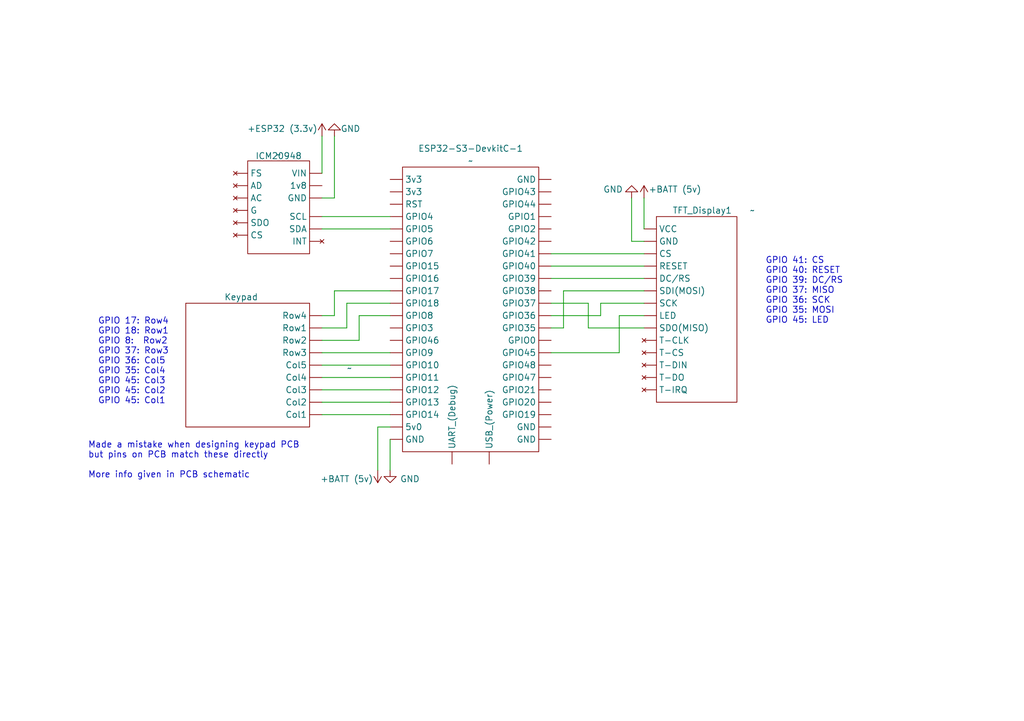
<source format=kicad_sch>
(kicad_sch (version 20231120) (generator "eeschema") (generator_version "8.0")
  (paper "A5")
  (title_block (title "Antenna Pointer") (date "02/24/2025") (rev "2") (company "University of Central Oklahoma") (comment 1 "Designed by Nathaniel Blair, E.E.") (comment 2 "Cesar Vasquez, M.E.") (comment 3 "Josh Nutter, M.E."))
  (lib_symbols
    (symbol "customLibrary:ESP32-S3-DevkitC-1"
      (property "Reference" "ESP32-S3-DevkitC-1" (at 29.21 -3.81 0))
      (property "Value" "~" (at 29.21 -6.35 0))
      (symbol "ESP32-S3-DevkitC-1_0_1"
        (rectangle (start 15.24 -7.62) (end 43.18 -66.04))
      )
      (symbol "ESP32-S3-DevkitC-1_1_1"
        (pin power_out line (at 12.7 -12.7 0) (length 2.54) (name "3v3") (number ""))
        (pin power_out line (at 12.7 -10.16 0) (length 2.54) (name "3v3") (number ""))
        (pin power_out line (at 12.7 -60.96 0) (length 2.54) (name "5v0") (number ""))
        (pin free line (at 12.7 -63.5 0) (length 2.54) (name "GND") (number ""))
        (pin free line (at 45.72 -63.5 180) (length 2.54) (name "GND") (number ""))
        (pin free line (at 45.72 -60.96 180) (length 2.54) (name "GND") (number ""))
        (pin free line (at 45.72 -10.16 180) (length 2.54) (name "GND") (number ""))
        (pin free line (at 45.72 -43.18 180) (length 2.54) (name "GPIO0") (number ""))
        (pin free line (at 45.72 -17.78 180) (length 2.54) (name "GPIO1") (number ""))
        (pin free line (at 12.7 -48.26 0) (length 2.54) (name "GPIO10") (number ""))
        (pin free line (at 12.7 -50.8 0) (length 2.54) (name "GPIO11") (number ""))
        (pin free line (at 12.7 -53.34 0) (length 2.54) (name "GPIO12") (number ""))
        (pin free line (at 12.7 -55.88 0) (length 2.54) (name "GPIO13") (number ""))
        (pin free line (at 12.7 -58.42 0) (length 2.54) (name "GPIO14") (number ""))
        (pin free line (at 12.7 -27.94 0) (length 2.54) (name "GPIO15") (number ""))
        (pin free line (at 12.7 -30.48 0) (length 2.54) (name "GPIO16") (number ""))
        (pin free line (at 12.7 -33.02 0) (length 2.54) (name "GPIO17") (number ""))
        (pin free line (at 12.7 -35.56 0) (length 2.54) (name "GPIO18") (number ""))
        (pin free line (at 45.72 -58.42 180) (length 2.54) (name "GPIO19") (number ""))
        (pin free line (at 45.72 -20.32 180) (length 2.54) (name "GPIO2") (number ""))
        (pin free line (at 45.72 -55.88 180) (length 2.54) (name "GPIO20") (number ""))
        (pin free line (at 45.72 -53.34 180) (length 2.54) (name "GPIO21") (number ""))
        (pin free line (at 12.7 -40.64 0) (length 2.54) (name "GPIO3") (number ""))
        (pin free line (at 45.72 -40.64 180) (length 2.54) (name "GPIO35") (number ""))
        (pin free line (at 45.72 -38.1 180) (length 2.54) (name "GPIO36") (number ""))
        (pin free line (at 45.72 -35.56 180) (length 2.54) (name "GPIO37") (number ""))
        (pin free line (at 45.72 -33.02 180) (length 2.54) (name "GPIO38") (number ""))
        (pin free line (at 45.72 -30.48 180) (length 2.54) (name "GPIO39") (number ""))
        (pin free line (at 12.7 -17.78 0) (length 2.54) (name "GPIO4") (number ""))
        (pin free line (at 45.72 -27.94 180) (length 2.54) (name "GPIO40") (number ""))
        (pin free line (at 45.72 -25.4 180) (length 2.54) (name "GPIO41") (number ""))
        (pin free line (at 45.72 -22.86 180) (length 2.54) (name "GPIO42") (number ""))
        (pin free line (at 45.72 -12.7 180) (length 2.54) (name "GPIO43") (number ""))
        (pin free line (at 45.72 -15.24 180) (length 2.54) (name "GPIO44") (number ""))
        (pin free line (at 45.72 -45.72 180) (length 2.54) (name "GPIO45") (number ""))
        (pin free line (at 12.7 -43.18 0) (length 2.54) (name "GPIO46") (number ""))
        (pin free line (at 45.72 -50.8 180) (length 2.54) (name "GPIO47") (number ""))
        (pin free line (at 45.72 -48.26 180) (length 2.54) (name "GPIO48") (number ""))
        (pin free line (at 12.7 -20.32 0) (length 2.54) (name "GPIO5") (number ""))
        (pin free line (at 12.7 -22.86 0) (length 2.54) (name "GPIO6") (number ""))
        (pin free line (at 12.7 -25.4 0) (length 2.54) (name "GPIO7") (number ""))
        (pin free line (at 12.7 -38.1 0) (length 2.54) (name "GPIO8") (number ""))
        (pin free line (at 12.7 -45.72 0) (length 2.54) (name "GPIO9") (number ""))
        (pin free line (at 12.7 -15.24 0) (length 2.54) (name "RST") (number ""))
        (pin free line (at 25.4 -68.58 90) (length 2.54) (name "UART_(Debug)") (number ""))
        (pin free line (at 33.02 -68.58 90) (length 2.54) (name "USB_(Power)") (number ""))
      )
    )
    (symbol "customLibrary:ICM20948"
      (property "Reference" "ICM20948" (at 18.034 -3.302 0))
      (symbol "ICM20948_0_1"
        (rectangle (start 24.13 -5.08) (end 11.43 -24.13))
      )
      (symbol "ICM20948_1_1"
        (pin power_out line (at 26.67 -10.16 180) (length 2.54) (name "1v8") (number ""))
        (pin no_connect line (at 8.89 -12.7 0) (length 2.54) (name "AC") (number ""))
        (pin no_connect line (at 8.89 -10.16 0) (length 2.54) (name "AD") (number ""))
        (pin no_connect line (at 8.89 -20.32 0) (length 2.54) (name "CS") (number ""))
        (pin no_connect line (at 8.89 -7.62 0) (length 2.54) (name "FS") (number ""))
        (pin no_connect line (at 8.89 -15.24 0) (length 2.54) (name "G") (number ""))
        (pin free line (at 26.67 -12.7 180) (length 2.54) (name "GND") (number ""))
        (pin no_connect line (at 26.67 -21.59 180) (length 2.54) (name "INT") (number ""))
        (pin free line (at 26.67 -16.51 180) (length 2.54) (name "SCL") (number ""))
        (pin free line (at 26.67 -19.05 180) (length 2.54) (name "SDA") (number ""))
        (pin no_connect line (at 8.89 -17.78 0) (length 2.54) (name "SDO") (number ""))
        (pin power_in line (at 26.67 -7.62 180) (length 2.54) (name "VIN") (number ""))
      )
    )
    (symbol "customLibrary:Keypad"
      (property "Reference" "Keypad" (at 20.32 -3.048 0))
      (symbol "Keypad_0_1"
        (rectangle (start 33.02 -5.08) (end 7.62 -30.48))
      )
      (symbol "Keypad_1_1"
        (pin free line (at 35.56 -27.94 180) (length 2.54) (name "Col1") (number ""))
        (pin free line (at 35.56 -25.4 180) (length 2.54) (name "Col2") (number ""))
        (pin free line (at 35.56 -22.86 180) (length 2.54) (name "Col3") (number ""))
        (pin free line (at 35.56 -20.32 180) (length 2.54) (name "Col4") (number ""))
        (pin free line (at 35.56 -17.78 180) (length 2.54) (name "Col5") (number ""))
        (pin free line (at 35.56 -10.16 180) (length 2.54) (name "Row1") (number ""))
        (pin free line (at 35.56 -12.7 180) (length 2.54) (name "Row2") (number ""))
        (pin free line (at 35.56 -15.24 180) (length 2.54) (name "Row3") (number ""))
        (pin free line (at 35.56 -7.62 180) (length 2.54) (name "Row4") (number ""))
      )
    )
    (symbol "customLibrary:TFT_Display"
      (property "Reference" "TFT_Display" (at 29.972 -5.08 0))
      (symbol "TFT_Display_0_1"
        (rectangle (start 21.59 -6.35) (end 38.1 -44.45))
      )
      (symbol "TFT_Display_1_1"
        (pin free line (at 19.05 -13.97 0) (length 2.54) (name "CS") (number ""))
        (pin free line (at 19.05 -19.05 0) (length 2.54) (name "DC/RS") (number ""))
        (pin free line (at 19.05 -11.43 0) (length 2.54) (name "GND") (number ""))
        (pin free line (at 19.05 -26.67 0) (length 2.54) (name "LED") (number ""))
        (pin free line (at 19.05 -16.51 0) (length 2.54) (name "RESET") (number ""))
        (pin free line (at 19.05 -24.13 0) (length 2.54) (name "SCK") (number ""))
        (pin free line (at 19.05 -21.59 0) (length 2.54) (name "SDI(MOSI)") (number ""))
        (pin free line (at 19.05 -29.21 0) (length 2.54) (name "SDO(MISO)") (number ""))
        (pin no_connect line (at 19.05 -31.75 0) (length 2.54) (name "T-CLK") (number ""))
        (pin no_connect line (at 19.05 -34.29 0) (length 2.54) (name "T-CS") (number ""))
        (pin no_connect line (at 19.05 -36.83 0) (length 2.54) (name "T-DIN") (number ""))
        (pin no_connect line (at 19.05 -39.37 0) (length 2.54) (name "T-DO") (number ""))
        (pin no_connect line (at 19.05 -41.91 0) (length 2.54) (name "T-IRQ") (number ""))
        (pin power_in line (at 19.05 -8.89 0) (length 2.54) (name "VCC") (number ""))
      )
    )
    (symbol "power:+BATT" (power) (pin_numbers hide) (pin_names (offset 0) hide)
      (property "Value" "+BATT" (at 0 3.556 0))
      (symbol "+BATT_0_1"
        (polyline (pts (xy -0.762 1.27) (xy 0 2.54)))
        (polyline (pts (xy 0 0) (xy 0 2.54)))
        (polyline (pts (xy 0 2.54) (xy 0.762 1.27)))
      )
      (symbol "+BATT_1_1"
        (pin power_in line (at 0 0 90) (length 0) (name "~") (number "1"))
      )
    )
    (symbol "power:GND" (power) (pin_numbers hide) (pin_names (offset 0) hide)
      (property "Value" "GND" (at 0 -3.81 0))
      (symbol "GND_0_1"
        (polyline (pts (xy 0 0) (xy 0 -1.27) (xy 1.27 -1.27) (xy 0 -2.54) (xy -1.27 -1.27) (xy 0 -1.27)))
      )
      (symbol "GND_1_1"
        (pin power_in line (at 0 0 270) (length 0) (name "~") (number "1"))
      )
    )
  )
  (wire (pts (xy 123.19 64.77) (xy 123.19 62.23)))
  (wire (pts (xy 127 72.39) (xy 113.03 72.39)))
  (wire (pts (xy 71.12 62.23) (xy 80.01 62.23)))
  (wire (pts (xy 115.57 59.69) (xy 132.08 59.69)))
  (wire (pts (xy 66.04 74.93) (xy 80.01 74.93)))
  (wire (pts (xy 66.04 44.45) (xy 80.01 44.45)))
  (wire (pts (xy 77.47 87.63) (xy 80.01 87.63)))
  (wire (pts (xy 68.58 64.77) (xy 66.04 64.77)))
  (wire (pts (xy 71.12 67.31) (xy 71.12 62.23)))
  (wire (pts (xy 123.19 62.23) (xy 132.08 62.23)))
  (wire (pts (xy 132.08 49.53) (xy 129.54 49.53)))
  (wire (pts (xy 68.58 59.69) (xy 68.58 64.77)))
  (wire (pts (xy 80.01 64.77) (xy 73.66 64.77)))
  (wire (pts (xy 68.58 40.64) (xy 68.58 27.94)))
  (wire (pts (xy 127 64.77) (xy 127 72.39)))
  (wire (pts (xy 66.04 85.09) (xy 80.01 85.09)))
  (wire (pts (xy 66.04 67.31) (xy 71.12 67.31)))
  (wire (pts (xy 73.66 69.85) (xy 66.04 69.85)))
  (wire (pts (xy 66.04 27.94) (xy 66.04 35.56)))
  (wire (pts (xy 113.03 57.15) (xy 132.08 57.15)))
  (wire (pts (xy 120.65 62.23) (xy 120.65 67.31)))
  (wire (pts (xy 80.01 96.52) (xy 80.01 90.17)))
  (wire (pts (xy 66.04 40.64) (xy 68.58 40.64)))
  (wire (pts (xy 66.04 46.99) (xy 80.01 46.99)))
  (wire (pts (xy 120.65 67.31) (xy 132.08 67.31)))
  (wire (pts (xy 129.54 49.53) (xy 129.54 40.64)))
  (wire (pts (xy 113.03 54.61) (xy 132.08 54.61)))
  (wire (pts (xy 115.57 67.31) (xy 115.57 59.69)))
  (wire (pts (xy 113.03 64.77) (xy 123.19 64.77)))
  (wire (pts (xy 113.03 62.23) (xy 120.65 62.23)))
  (wire (pts (xy 66.04 82.55) (xy 80.01 82.55)))
  (wire (pts (xy 132.08 64.77) (xy 127 64.77)))
  (wire (pts (xy 113.03 52.07) (xy 132.08 52.07)))
  (wire (pts (xy 80.01 59.69) (xy 68.58 59.69)))
  (wire (pts (xy 113.03 67.31) (xy 115.57 67.31)))
  (wire (pts (xy 73.66 64.77) (xy 73.66 69.85)))
  (wire (pts (xy 132.08 40.64) (xy 132.08 46.99)))
  (wire (pts (xy 66.04 77.47) (xy 80.01 77.47)))
  (wire (pts (xy 77.47 96.52) (xy 77.47 87.63)))
  (wire (pts (xy 66.04 72.39) (xy 80.01 72.39)))
  (wire (pts (xy 66.04 80.01) (xy 80.01 80.01)))
  (text "GPIO 17: Row4\nGPIO 18: Row1\nGPIO 8:  Row2\nGPIO 37: Row3\nGPIO 36: Col5\nGPIO 35: Col4\nGPIO 45: Col3\nGPIO 45: Col2\nGPIO 45: Col1" (at 20.066 74.168 0) (effects (font (size 1.27 1.27)) (justify left)))
  (text "Made a mistake when designing keypad PCB \nbut pins on PCB match these directly\n\nMore info given in PCB schematic" (at 18.034 94.488 0) (effects (font (size 1.27 1.27)) (justify left)))
  (text "GPIO 41: CS\nGPIO 40: RESET\nGPIO 39: DC/RS\nGPIO 37: MISO\nGPIO 36: SCK\nGPIO 35: MOSI\nGPIO 45: LED" (at 156.972 59.69 0) (effects (font (size 1.27 1.27)) (justify left)))
  (symbol (lib_id "power:+BATT") (at 77.47 96.52 180) (unit 1)
    (property "Reference" "#PWR04" (effects (hide yes)))
    (property "Value" "+BATT (5v)" (at 71.12 98.298 0))
    (property "Description" "Power symbol creates a global label with name \"+BATT\"" (effects (hide yes)))
  )
  (symbol (lib_id "power:+BATT") (at 132.08 40.64 0) (mirror y) (unit 1)
    (property "Reference" "#PWR03" (effects (hide yes)))
    (property "Value" "+BATT (5v)" (at 138.43 38.862 0))
    (property "Description" "Power symbol creates a global label with name \"+BATT\"" (effects (hide yes)))
  )
  (symbol (lib_id "power:GND") (at 129.54 40.64 0) (mirror x) (unit 1)
    (property "Reference" "#PWR01" (effects (hide yes)))
    (property "Value" "GND" (at 125.73 38.862 0))
    (property "Description" "Power symbol creates a global label with name \"GND\" , ground" (effects (hide yes)))
  )
  (symbol (lib_id "power:GND") (at 80.01 96.52 0) (unit 1)
    (property "Reference" "#PWR02" (effects (hide yes)))
    (property "Value" "GND" (at 84.074 98.298 0))
    (property "Description" "Power symbol creates a global label with name \"GND\" , ground" (effects (hide yes)))
  )
  (symbol (lib_id "power:GND") (at 68.58 27.94 180) (unit 1)
    (property "Reference" "#PWR06" (effects (hide yes)))
    (property "Value" "GND" (at 71.882 26.416 0))
    (property "Description" "Power symbol creates a global label with name \"GND\" , ground" (effects (hide yes)))
  )
  (symbol (lib_id "power:+BATT") (at 66.04 27.94 0) (unit 1)
    (property "Reference" "#PWR05" (effects (hide yes)))
    (property "Value" "+ESP32 (3.3v)" (at 57.912 26.416 0))
    (property "Description" "Power symbol creates a global label with name \"+BATT\"" (effects (hide yes)))
  )
  (symbol (lib_id "customLibrary:ICM20948") (at 39.37 27.94 0) (unit 1)
    (property "Reference" "ICM20948" (at 57.15 32.004 0))
    (property "Value" "~" (at 57.15 31.75 0))
  )
  (symbol (lib_id "customLibrary:ESP32-S3-DevkitC-1") (at 67.31 26.67 0) (unit 1)
    (property "Reference" "ESP32-S3-DevkitC-1" (at 96.52 30.48 0))
    (property "Value" "~" (at 96.52 33.02 0))
  )
  (symbol (lib_id "customLibrary:TFT_Display") (at 113.03 38.1 0) (unit 1)
    (property "Reference" "TFT_Display1" (at 144.018 43.18 0))
    (property "Value" "~" (at 154.305 43.18 0))
  )
  (symbol (lib_id "customLibrary:Keypad") (at 30.48 57.15 0) (unit 1)
    (property "Reference" "Keypad" (at 45.974 60.96 0) (effects (justify left)))
    (property "Value" "~" (at 71.12 75.565 0) (effects (justify left)))
  )
)
</source>
